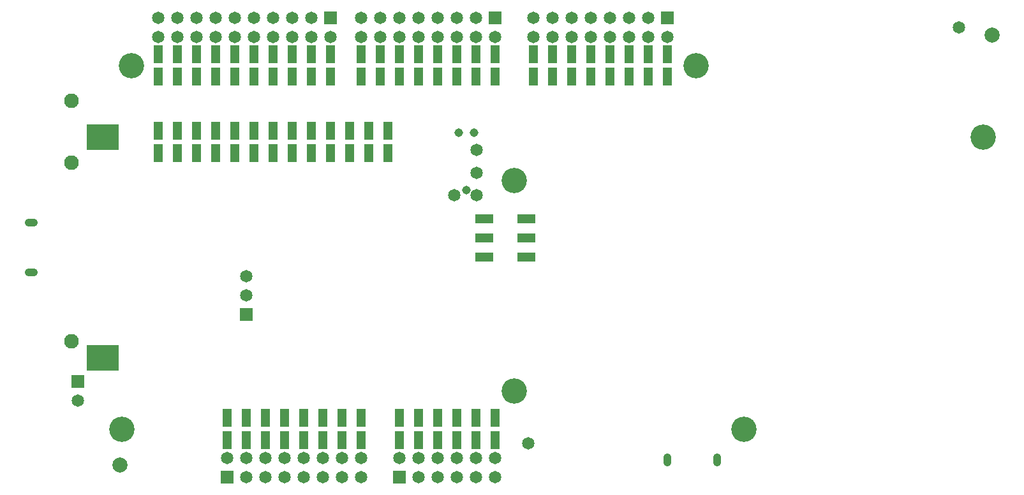
<source format=gbs>
G04*
G04 #@! TF.GenerationSoftware,Altium Limited,Altium Designer,21.4.1 (30)*
G04*
G04 Layer_Color=16711935*
%FSLAX24Y24*%
%MOIN*%
G70*
G04*
G04 #@! TF.SameCoordinates,5CBE21F3-A45B-47EA-B0B1-B143E6338599*
G04*
G04*
G04 #@! TF.FilePolarity,Negative*
G04*
G01*
G75*
%ADD139R,0.0462X0.0922*%
%ADD146C,0.0787*%
%ADD170C,0.0651*%
%ADD194C,0.0761*%
%ADD195R,0.0651X0.0651*%
%ADD196O,0.0690X0.0414*%
%ADD197C,0.0450*%
%ADD198R,0.0651X0.0651*%
%ADD199C,0.1320*%
%ADD200O,0.0414X0.0690*%
%ADD250R,0.0934X0.0462*%
%ADD251R,0.1714X0.1320*%
D139*
X21000Y2423D02*
D03*
Y3577D02*
D03*
X22000D02*
D03*
Y2423D02*
D03*
X23000Y3577D02*
D03*
Y2423D02*
D03*
X25000Y3577D02*
D03*
Y2423D02*
D03*
X24000Y3577D02*
D03*
Y2423D02*
D03*
X20000D02*
D03*
Y3577D02*
D03*
X10400Y22577D02*
D03*
Y21423D02*
D03*
X9400Y22577D02*
D03*
Y21423D02*
D03*
X15400Y22577D02*
D03*
Y21423D02*
D03*
X14400D02*
D03*
Y22577D02*
D03*
X13400Y21423D02*
D03*
Y22577D02*
D03*
X11400Y21423D02*
D03*
Y22577D02*
D03*
X12400Y21423D02*
D03*
Y22577D02*
D03*
X16400D02*
D03*
Y21423D02*
D03*
X7400D02*
D03*
Y22577D02*
D03*
X8400Y21423D02*
D03*
Y22577D02*
D03*
X11000Y3577D02*
D03*
Y2423D02*
D03*
X15000D02*
D03*
Y3577D02*
D03*
X16000Y2423D02*
D03*
Y3577D02*
D03*
X14000Y2423D02*
D03*
Y3577D02*
D03*
X13000Y2423D02*
D03*
Y3577D02*
D03*
X12000D02*
D03*
Y2423D02*
D03*
X18000Y3577D02*
D03*
Y2423D02*
D03*
X17000Y3577D02*
D03*
Y2423D02*
D03*
X18400Y17423D02*
D03*
Y18577D02*
D03*
X17400Y17423D02*
D03*
Y18577D02*
D03*
X13400Y17423D02*
D03*
Y18577D02*
D03*
X14400Y17423D02*
D03*
Y18577D02*
D03*
X8400Y17423D02*
D03*
Y18577D02*
D03*
X9400D02*
D03*
Y17423D02*
D03*
X10400Y18577D02*
D03*
Y17423D02*
D03*
X12400Y18577D02*
D03*
Y17423D02*
D03*
X11400Y18577D02*
D03*
Y17423D02*
D03*
X7400D02*
D03*
Y18577D02*
D03*
X16400D02*
D03*
Y17423D02*
D03*
X15400Y18577D02*
D03*
Y17423D02*
D03*
X19400Y18577D02*
D03*
Y17423D02*
D03*
X19000Y22577D02*
D03*
Y21423D02*
D03*
X18000Y22577D02*
D03*
Y21423D02*
D03*
X24000Y22577D02*
D03*
Y21423D02*
D03*
X23000D02*
D03*
Y22577D02*
D03*
X22000Y21423D02*
D03*
Y22577D02*
D03*
X20000Y21423D02*
D03*
Y22577D02*
D03*
X21000Y21423D02*
D03*
Y22577D02*
D03*
X25000D02*
D03*
Y21423D02*
D03*
X28000Y22577D02*
D03*
Y21423D02*
D03*
X27000Y22577D02*
D03*
Y21423D02*
D03*
X33000Y22577D02*
D03*
Y21423D02*
D03*
X32000D02*
D03*
Y22577D02*
D03*
X31000Y21423D02*
D03*
Y22577D02*
D03*
X29000Y21423D02*
D03*
Y22577D02*
D03*
X30000Y21423D02*
D03*
Y22577D02*
D03*
X34000D02*
D03*
Y21423D02*
D03*
D146*
X50973Y23600D02*
D03*
X5411Y1120D02*
D03*
D170*
X24050Y15219D02*
D03*
Y16400D02*
D03*
X22869Y15219D02*
D03*
X24050Y17581D02*
D03*
X9400Y24500D02*
D03*
Y23500D02*
D03*
X12400D02*
D03*
Y24500D02*
D03*
X14400Y23500D02*
D03*
Y24500D02*
D03*
X15400Y23500D02*
D03*
Y24500D02*
D03*
X16400Y23500D02*
D03*
X13400Y24500D02*
D03*
Y23500D02*
D03*
X11400Y24500D02*
D03*
Y23500D02*
D03*
X10400D02*
D03*
Y24500D02*
D03*
X8400D02*
D03*
Y23500D02*
D03*
X7400D02*
D03*
Y24500D02*
D03*
X24000Y1500D02*
D03*
Y500D02*
D03*
X22000Y1500D02*
D03*
Y500D02*
D03*
X21000Y1500D02*
D03*
Y500D02*
D03*
X20000Y1500D02*
D03*
X23000Y500D02*
D03*
Y1500D02*
D03*
X25000Y500D02*
D03*
Y1500D02*
D03*
X17000Y500D02*
D03*
Y1500D02*
D03*
X16000D02*
D03*
Y500D02*
D03*
X14000Y1500D02*
D03*
Y500D02*
D03*
X11000Y1500D02*
D03*
X12000Y500D02*
D03*
Y1500D02*
D03*
X13000Y500D02*
D03*
Y1500D02*
D03*
X15000Y500D02*
D03*
Y1500D02*
D03*
X18000D02*
D03*
Y500D02*
D03*
X26750Y2250D02*
D03*
X3220Y4490D02*
D03*
X12000Y11000D02*
D03*
Y10000D02*
D03*
X27000Y24500D02*
D03*
Y23500D02*
D03*
X30000D02*
D03*
Y24500D02*
D03*
X32000Y23500D02*
D03*
Y24500D02*
D03*
X33000Y23500D02*
D03*
Y24500D02*
D03*
X34000Y23500D02*
D03*
X31000Y24500D02*
D03*
Y23500D02*
D03*
X29000Y24500D02*
D03*
Y23500D02*
D03*
X28000D02*
D03*
Y24500D02*
D03*
X18000D02*
D03*
Y23500D02*
D03*
X21000D02*
D03*
Y24500D02*
D03*
X23000Y23500D02*
D03*
Y24500D02*
D03*
X24000Y23500D02*
D03*
Y24500D02*
D03*
X25000Y23500D02*
D03*
X22000Y24500D02*
D03*
Y23500D02*
D03*
X20000Y24500D02*
D03*
Y23500D02*
D03*
X19000D02*
D03*
Y24500D02*
D03*
X49250Y24000D02*
D03*
D194*
X2880Y16929D02*
D03*
Y7590D02*
D03*
Y20157D02*
D03*
D195*
X16400Y24500D02*
D03*
X20000Y500D02*
D03*
X11000D02*
D03*
X34000Y24500D02*
D03*
X25000D02*
D03*
D196*
X765Y11201D02*
D03*
Y13799D02*
D03*
D197*
X23500Y15500D02*
D03*
X23100Y18500D02*
D03*
X23900D02*
D03*
D198*
X3220Y5490D02*
D03*
X12000Y9000D02*
D03*
D199*
X50500Y18250D02*
D03*
X26000Y5000D02*
D03*
Y16000D02*
D03*
X5500Y3000D02*
D03*
X6000Y22000D02*
D03*
X38000Y3000D02*
D03*
X35500Y22000D02*
D03*
D200*
X34027Y1400D02*
D03*
X36626D02*
D03*
D250*
X24438Y12000D02*
D03*
X26662D02*
D03*
X24438Y13000D02*
D03*
Y14000D02*
D03*
X26662Y13000D02*
D03*
Y14000D02*
D03*
D251*
X4500Y18262D02*
D03*
Y6726D02*
D03*
M02*

</source>
